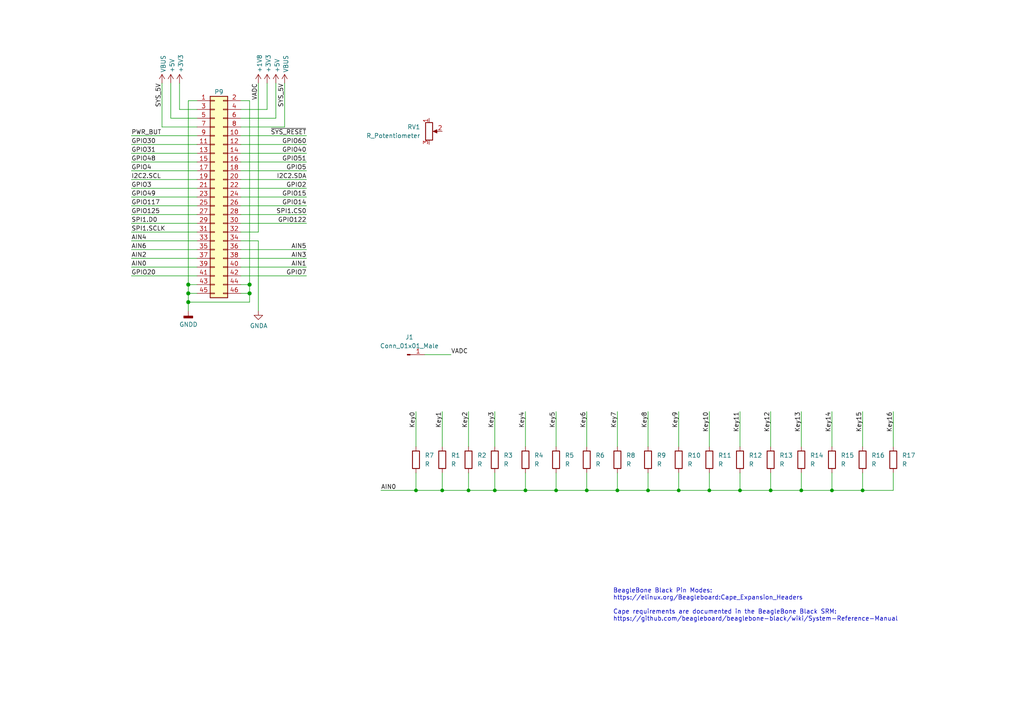
<source format=kicad_sch>
(kicad_sch (version 20230121) (generator eeschema)
  (paper "A4")
  (lib_symbols
    (symbol "Connector:Conn_01x01_Male" (pin_names (offset 1.016) hide)
      (property "Reference" "J" (at 0 2.54 0))
      (property "Value" "Conn_01x01_Male" (at 0 -2.54 0))
      (symbol "Conn_01x01_Male_1_1"
        (polyline (pts (xy 1.27 0) (xy 0.8636 0)) (stroke (width 0.1524)))
        (rectangle (start 0.8636 0.127) (end 0 -0.127) (stroke (width 0.1524)) (fill (type outline)))
        (pin passive line (at 5.08 0 180) (length 3.81) (name "Pin_1") (number "1"))
      )
    )
    (symbol "Connector_Generic:Conn_02x23_Odd_Even" (pin_names (offset 1.016) hide)
      (property "Reference" "J" (at 1.27 30.48 0))
      (property "Value" "Conn_02x23_Odd_Even" (at 1.27 -30.48 0))
      (symbol "Conn_02x23_Odd_Even_1_1"
        (rectangle (start -1.27 -27.813) (end 0 -28.067) (stroke (width 0.1524)))
        (rectangle (start -1.27 -25.273) (end 0 -25.527) (stroke (width 0.1524)))
        (rectangle (start -1.27 -22.733) (end 0 -22.987) (stroke (width 0.1524)))
        (rectangle (start -1.27 -20.193) (end 0 -20.447) (stroke (width 0.1524)))
        (rectangle (start -1.27 -17.653) (end 0 -17.907) (stroke (width 0.1524)))
        (rectangle (start -1.27 -15.113) (end 0 -15.367) (stroke (width 0.1524)))
        (rectangle (start -1.27 -12.573) (end 0 -12.827) (stroke (width 0.1524)))
        (rectangle (start -1.27 -10.033) (end 0 -10.287) (stroke (width 0.1524)))
        (rectangle (start -1.27 -7.493) (end 0 -7.747) (stroke (width 0.1524)))
        (rectangle (start -1.27 -4.953) (end 0 -5.207) (stroke (width 0.1524)))
        (rectangle (start -1.27 -2.413) (end 0 -2.667) (stroke (width 0.1524)))
        (rectangle (start -1.27 0.127) (end 0 -0.127) (stroke (width 0.1524)))
        (rectangle (start -1.27 2.667) (end 0 2.413) (stroke (width 0.1524)))
        (rectangle (start -1.27 5.207) (end 0 4.953) (stroke (width 0.1524)))
        (rectangle (start -1.27 7.747) (end 0 7.493) (stroke (width 0.1524)))
        (rectangle (start -1.27 10.287) (end 0 10.033) (stroke (width 0.1524)))
        (rectangle (start -1.27 12.827) (end 0 12.573) (stroke (width 0.1524)))
        (rectangle (start -1.27 15.367) (end 0 15.113) (stroke (width 0.1524)))
        (rectangle (start -1.27 17.907) (end 0 17.653) (stroke (width 0.1524)))
        (rectangle (start -1.27 20.447) (end 0 20.193) (stroke (width 0.1524)))
        (rectangle (start -1.27 22.987) (end 0 22.733) (stroke (width 0.1524)))
        (rectangle (start -1.27 25.527) (end 0 25.273) (stroke (width 0.1524)))
        (rectangle (start -1.27 28.067) (end 0 27.813) (stroke (width 0.1524)))
        (rectangle (start -1.27 29.21) (end 3.81 -29.21) (stroke (width 0.254)) (fill (type background)))
        (rectangle (start 3.81 -27.813) (end 2.54 -28.067) (stroke (width 0.1524)))
        (rectangle (start 3.81 -25.273) (end 2.54 -25.527) (stroke (width 0.1524)))
        (rectangle (start 3.81 -22.733) (end 2.54 -22.987) (stroke (width 0.1524)))
        (rectangle (start 3.81 -20.193) (end 2.54 -20.447) (stroke (width 0.1524)))
        (rectangle (start 3.81 -17.653) (end 2.54 -17.907) (stroke (width 0.1524)))
        (rectangle (start 3.81 -15.113) (end 2.54 -15.367) (stroke (width 0.1524)))
        (rectangle (start 3.81 -12.573) (end 2.54 -12.827) (stroke (width 0.1524)))
        (rectangle (start 3.81 -10.033) (end 2.54 -10.287) (stroke (width 0.1524)))
        (rectangle (start 3.81 -7.493) (end 2.54 -7.747) (stroke (width 0.1524)))
        (rectangle (start 3.81 -4.953) (end 2.54 -5.207) (stroke (width 0.1524)))
        (rectangle (start 3.81 -2.413) (end 2.54 -2.667) (stroke (width 0.1524)))
        (rectangle (start 3.81 0.127) (end 2.54 -0.127) (stroke (width 0.1524)))
        (rectangle (start 3.81 2.667) (end 2.54 2.413) (stroke (width 0.1524)))
        (rectangle (start 3.81 5.207) (end 2.54 4.953) (stroke (width 0.1524)))
        (rectangle (start 3.81 7.747) (end 2.54 7.493) (stroke (width 0.1524)))
        (rectangle (start 3.81 10.287) (end 2.54 10.033) (stroke (width 0.1524)))
        (rectangle (start 3.81 12.827) (end 2.54 12.573) (stroke (width 0.1524)))
        (rectangle (start 3.81 15.367) (end 2.54 15.113) (stroke (width 0.1524)))
        (rectangle (start 3.81 17.907) (end 2.54 17.653) (stroke (width 0.1524)))
        (rectangle (start 3.81 20.447) (end 2.54 20.193) (stroke (width 0.1524)))
        (rectangle (start 3.81 22.987) (end 2.54 22.733) (stroke (width 0.1524)))
        (rectangle (start 3.81 25.527) (end 2.54 25.273) (stroke (width 0.1524)))
        (rectangle (start 3.81 28.067) (end 2.54 27.813) (stroke (width 0.1524)))
        (pin passive line (at -5.08 27.94 0) (length 3.81) (name "Pin_1") (number "1"))
        (pin passive line (at 7.62 17.78 180) (length 3.81) (name "Pin_10") (number "10"))
        (pin passive line (at -5.08 15.24 0) (length 3.81) (name "Pin_11") (number "11"))
        (pin passive line (at 7.62 15.24 180) (length 3.81) (name "Pin_12") (number "12"))
        (pin passive line (at -5.08 12.7 0) (length 3.81) (name "Pin_13") (number "13"))
        (pin passive line (at 7.62 12.7 180) (length 3.81) (name "Pin_14") (number "14"))
        (pin passive line (at -5.08 10.16 0) (length 3.81) (name "Pin_15") (number "15"))
        (pin passive line (at 7.62 10.16 180) (length 3.81) (name "Pin_16") (number "16"))
        (pin passive line (at -5.08 7.62 0) (length 3.81) (name "Pin_17") (number "17"))
        (pin passive line (at 7.62 7.62 180) (length 3.81) (name "Pin_18") (number "18"))
        (pin passive line (at -5.08 5.08 0) (length 3.81) (name "Pin_19") (number "19"))
        (pin passive line (at 7.62 27.94 180) (length 3.81) (name "Pin_2") (number "2"))
        (pin passive line (at 7.62 5.08 180) (length 3.81) (name "Pin_20") (number "20"))
        (pin passive line (at -5.08 2.54 0) (length 3.81) (name "Pin_21") (number "21"))
        (pin passive line (at 7.62 2.54 180) (length 3.81) (name "Pin_22") (number "22"))
        (pin passive line (at -5.08 0 0) (length 3.81) (name "Pin_23") (number "23"))
        (pin passive line (at 7.62 0 180) (length 3.81) (name "Pin_24") (number "24"))
        (pin passive line (at -5.08 -2.54 0) (length 3.81) (name "Pin_25") (number "25"))
        (pin passive line (at 7.62 -2.54 180) (length 3.81) (name "Pin_26") (number "26"))
        (pin passive line (at -5.08 -5.08 0) (length 3.81) (name "Pin_27") (number "27"))
        (pin passive line (at 7.62 -5.08 180) (length 3.81) (name "Pin_28") (number "28"))
        (pin passive line (at -5.08 -7.62 0) (length 3.81) (name "Pin_29") (number "29"))
        (pin passive line (at -5.08 25.4 0) (length 3.81) (name "Pin_3") (number "3"))
        (pin passive line (at 7.62 -7.62 180) (length 3.81) (name "Pin_30") (number "30"))
        (pin passive line (at -5.08 -10.16 0) (length 3.81) (name "Pin_31") (number "31"))
        (pin passive line (at 7.62 -10.16 180) (length 3.81) (name "Pin_32") (number "32"))
        (pin passive line (at -5.08 -12.7 0) (length 3.81) (name "Pin_33") (number "33"))
        (pin passive line (at 7.62 -12.7 180) (length 3.81) (name "Pin_34") (number "34"))
        (pin passive line (at -5.08 -15.24 0) (length 3.81) (name "Pin_35") (number "35"))
        (pin passive line (at 7.62 -15.24 180) (length 3.81) (name "Pin_36") (number "36"))
        (pin passive line (at -5.08 -17.78 0) (length 3.81) (name "Pin_37") (number "37"))
        (pin passive line (at 7.62 -17.78 180) (length 3.81) (name "Pin_38") (number "38"))
        (pin passive line (at -5.08 -20.32 0) (length 3.81) (name "Pin_39") (number "39"))
        (pin passive line (at 7.62 25.4 180) (length 3.81) (name "Pin_4") (number "4"))
        (pin passive line (at 7.62 -20.32 180) (length 3.81) (name "Pin_40") (number "40"))
        (pin passive line (at -5.08 -22.86 0) (length 3.81) (name "Pin_41") (number "41"))
        (pin passive line (at 7.62 -22.86 180) (length 3.81) (name "Pin_42") (number "42"))
        (pin passive line (at -5.08 -25.4 0) (length 3.81) (name "Pin_43") (number "43"))
        (pin passive line (at 7.62 -25.4 180) (length 3.81) (name "Pin_44") (number "44"))
        (pin passive line (at -5.08 -27.94 0) (length 3.81) (name "Pin_45") (number "45"))
        (pin passive line (at 7.62 -27.94 180) (length 3.81) (name "Pin_46") (number "46"))
        (pin passive line (at -5.08 22.86 0) (length 3.81) (name "Pin_5") (number "5"))
        (pin passive line (at 7.62 22.86 180) (length 3.81) (name "Pin_6") (number "6"))
        (pin passive line (at -5.08 20.32 0) (length 3.81) (name "Pin_7") (number "7"))
        (pin passive line (at 7.62 20.32 180) (length 3.81) (name "Pin_8") (number "8"))
        (pin passive line (at -5.08 17.78 0) (length 3.81) (name "Pin_9") (number "9"))
      )
    )
    (symbol "Device:R_Potentiometer" (pin_names (offset 1.016) hide)
      (property "Reference" "RV" (at -4.445 0 90))
      (property "Value" "R_Potentiometer" (at -2.54 0 90))
      (symbol "R_Potentiometer_0_1"
        (polyline (pts (xy 2.54 0) (xy 1.524 0)))
        (polyline (pts (xy 1.143 0) (xy 2.286 0.508) (xy 2.286 -0.508) (xy 1.143 0)) (fill (type outline)))
        (rectangle (start 1.016 2.54) (end -1.016 -2.54) (stroke (width 0.254)))
      )
      (symbol "R_Potentiometer_1_1"
        (pin passive line (at 0 3.81 270) (length 1.27) (name "1") (number "1"))
        (pin passive line (at 3.81 0 180) (length 1.27) (name "2") (number "2"))
        (pin passive line (at 0 -3.81 90) (length 1.27) (name "3") (number "3"))
      )
    )
    (symbol "Resistors:R" (pin_numbers hide)
      (property "Reference" "R" (at 2.54 0 90))
      (property "Value" "R" (at 0 0 90))
      (symbol "R_0_1"
        (rectangle (start -1.016 2.54) (end 1.016 -2.54) (stroke (width 0.254)))
      )
      (symbol "R_1_1"
        (pin passive line (at 0 3.81 270) (length 1.27) (name "~") (number "1"))
        (pin passive line (at 0 -3.81 90) (length 1.27) (name "~") (number "2"))
      )
    )
    (symbol "power:+1V8" (power) (pin_names (offset 0))
      (property "Value" "+1V8" (at 0 3.556 0))
      (symbol "+1V8_0_1"
        (polyline (pts (xy -0.762 1.27) (xy 0 2.54)))
        (polyline (pts (xy 0 0) (xy 0 2.54)))
        (polyline (pts (xy 0 2.54) (xy 0.762 1.27)))
      )
      (symbol "+1V8_1_1"
        (pin power_in line (at 0 0 90) (length 0) hide (name "+1V8") (number "1"))
      )
    )
    (symbol "power:+3.3V" (power) (pin_names (offset 0))
      (property "Value" "+3.3V" (at 0 3.556 0))
      (symbol "+3.3V_0_1"
        (polyline (pts (xy -0.762 1.27) (xy 0 2.54)))
        (polyline (pts (xy 0 0) (xy 0 2.54)))
        (polyline (pts (xy 0 2.54) (xy 0.762 1.27)))
      )
      (symbol "+3.3V_1_1"
        (pin power_in line (at 0 0 90) (length 0) hide (name "+3V3") (number "1"))
      )
    )
    (symbol "power:+5V" (power) (pin_names (offset 0))
      (property "Value" "+5V" (at 0 3.556 0))
      (symbol "+5V_0_1"
        (polyline (pts (xy -0.762 1.27) (xy 0 2.54)))
        (polyline (pts (xy 0 0) (xy 0 2.54)))
        (polyline (pts (xy 0 2.54) (xy 0.762 1.27)))
      )
      (symbol "+5V_1_1"
        (pin power_in line (at 0 0 90) (length 0) hide (name "+5V") (number "1"))
      )
    )
    (symbol "power:GNDA" (power) (pin_names (offset 0))
      (property "Value" "GNDA" (at 0 -3.81 0))
      (symbol "GNDA_0_1"
        (polyline (pts (xy 0 0) (xy 0 -1.27) (xy 1.27 -1.27) (xy 0 -2.54) (xy -1.27 -1.27) (xy 0 -1.27)))
      )
      (symbol "GNDA_1_1"
        (pin power_in line (at 0 0 270) (length 0) hide (name "GNDA") (number "1"))
      )
    )
    (symbol "power:GNDD" (power) (pin_names (offset 0))
      (property "Value" "GNDD" (at 0 -3.175 0))
      (symbol "GNDD_0_1"
        (rectangle (start -1.27 -1.524) (end 1.27 -2.032) (stroke (width 0.254)) (fill (type outline)))
        (polyline (pts (xy 0 0) (xy 0 -1.524)))
      )
      (symbol "GNDD_1_1"
        (pin power_in line (at 0 0 270) (length 0) hide (name "GNDD") (number "1"))
      )
    )
    (symbol "power:VBUS" (power) (pin_names (offset 0))
      (property "Value" "VBUS" (at 0 3.81 0))
      (symbol "VBUS_0_1"
        (polyline (pts (xy -0.762 1.27) (xy 0 2.54)))
        (polyline (pts (xy 0 0) (xy 0 2.54)))
        (polyline (pts (xy 0 2.54) (xy 0.762 1.27)))
      )
      (symbol "VBUS_1_1"
        (pin power_in line (at 0 0 90) (length 0) hide (name "VBUS") (number "1"))
      )
    )
  )
  (junction (at 143.51 142.24))
  (junction (at 187.96 142.24))
  (junction (at 179.07 142.24))
  (junction (at 128.27 142.24))
  (junction (at 205.74 142.24))
  (junction (at 54.61 85.09) (diameter 1.016))
  (junction (at 214.63 142.24))
  (junction (at 54.61 82.55) (diameter 1.016))
  (junction (at 72.39 85.09) (diameter 1.016))
  (junction (at 241.3 142.24))
  (junction (at 161.29 142.24))
  (junction (at 120.65 142.24))
  (junction (at 135.89 142.24))
  (junction (at 54.61 87.63) (diameter 1.016))
  (junction (at 170.18 142.24))
  (junction (at 250.19 142.24))
  (junction (at 72.39 82.55) (diameter 1.016))
  (junction (at 232.41 142.24))
  (junction (at 196.85 142.24))
  (junction (at 152.4 142.24))
  (junction (at 223.52 142.24))
  (wire (pts (xy 38.1 64.77) (xy 57.15 64.77)))
  (wire (pts (xy 120.65 142.24) (xy 120.65 137.16)))
  (wire (pts (xy 69.85 64.77) (xy 88.9 64.77)))
  (wire (pts (xy 57.15 34.29) (xy 49.53 34.29)))
  (wire (pts (xy 74.93 69.85) (xy 74.93 90.17)))
  (wire (pts (xy 57.15 36.83) (xy 46.99 36.83)))
  (wire (pts (xy 120.65 142.24) (xy 128.27 142.24)))
  (wire (pts (xy 54.61 82.55) (xy 57.15 82.55)))
  (wire (pts (xy 54.61 85.09) (xy 54.61 82.55)))
  (wire (pts (xy 69.85 80.01) (xy 88.9 80.01)))
  (wire (pts (xy 143.51 119.38) (xy 143.51 129.54)))
  (wire (pts (xy 196.85 142.24) (xy 196.85 137.16)))
  (wire (pts (xy 69.85 74.93) (xy 88.9 74.93)))
  (wire (pts (xy 69.85 59.69) (xy 88.9 59.69)))
  (wire (pts (xy 38.1 67.31) (xy 57.15 67.31)))
  (wire (pts (xy 135.89 142.24) (xy 143.51 142.24)))
  (wire (pts (xy 214.63 142.24) (xy 214.63 137.16)))
  (wire (pts (xy 259.08 142.24) (xy 259.08 137.16)))
  (wire (pts (xy 152.4 142.24) (xy 152.4 137.16)))
  (wire (pts (xy 69.85 77.47) (xy 88.9 77.47)))
  (wire (pts (xy 232.41 142.24) (xy 241.3 142.24)))
  (wire (pts (xy 69.85 69.85) (xy 74.93 69.85)))
  (wire (pts (xy 54.61 87.63) (xy 72.39 87.63)))
  (wire (pts (xy 161.29 119.38) (xy 161.29 129.54)))
  (wire (pts (xy 38.1 46.99) (xy 57.15 46.99)))
  (wire (pts (xy 187.96 142.24) (xy 196.85 142.24)))
  (wire (pts (xy 161.29 142.24) (xy 170.18 142.24)))
  (wire (pts (xy 179.07 142.24) (xy 179.07 137.16)))
  (wire (pts (xy 57.15 31.75) (xy 52.07 31.75)))
  (wire (pts (xy 110.49 142.24) (xy 120.65 142.24)))
  (wire (pts (xy 38.1 44.45) (xy 57.15 44.45)))
  (wire (pts (xy 38.1 57.15) (xy 57.15 57.15)))
  (wire (pts (xy 135.89 142.24) (xy 135.89 137.16)))
  (wire (pts (xy 223.52 142.24) (xy 223.52 137.16)))
  (wire (pts (xy 69.85 36.83) (xy 82.55 36.83)))
  (wire (pts (xy 128.27 142.24) (xy 135.89 142.24)))
  (wire (pts (xy 152.4 119.38) (xy 152.4 129.54)))
  (wire (pts (xy 179.07 142.24) (xy 187.96 142.24)))
  (wire (pts (xy 128.27 119.38) (xy 128.27 129.54)))
  (wire (pts (xy 38.1 77.47) (xy 57.15 77.47)))
  (wire (pts (xy 49.53 34.29) (xy 49.53 24.13)))
  (wire (pts (xy 250.19 119.38) (xy 250.19 129.54)))
  (wire (pts (xy 250.19 142.24) (xy 250.19 137.16)))
  (wire (pts (xy 69.85 31.75) (xy 77.47 31.75)))
  (wire (pts (xy 80.01 34.29) (xy 80.01 24.13)))
  (wire (pts (xy 187.96 142.24) (xy 187.96 137.16)))
  (wire (pts (xy 77.47 31.75) (xy 77.47 24.13)))
  (wire (pts (xy 241.3 119.38) (xy 241.3 129.54)))
  (wire (pts (xy 52.07 31.75) (xy 52.07 24.13)))
  (wire (pts (xy 179.07 119.38) (xy 179.07 129.54)))
  (wire (pts (xy 232.41 142.24) (xy 232.41 137.16)))
  (wire (pts (xy 69.85 52.07) (xy 88.9 52.07)))
  (wire (pts (xy 232.41 119.38) (xy 232.41 129.54)))
  (wire (pts (xy 38.1 72.39) (xy 57.15 72.39)))
  (wire (pts (xy 241.3 142.24) (xy 241.3 137.16)))
  (wire (pts (xy 223.52 119.38) (xy 223.52 129.54)))
  (wire (pts (xy 241.3 142.24) (xy 250.19 142.24)))
  (wire (pts (xy 46.99 36.83) (xy 46.99 24.13)))
  (wire (pts (xy 38.1 62.23) (xy 57.15 62.23)))
  (wire (pts (xy 69.85 82.55) (xy 72.39 82.55)))
  (wire (pts (xy 72.39 82.55) (xy 72.39 85.09)))
  (wire (pts (xy 72.39 85.09) (xy 72.39 87.63)))
  (wire (pts (xy 69.85 62.23) (xy 88.9 62.23)))
  (wire (pts (xy 69.85 44.45) (xy 88.9 44.45)))
  (wire (pts (xy 69.85 29.21) (xy 72.39 29.21)))
  (wire (pts (xy 250.19 142.24) (xy 259.08 142.24)))
  (wire (pts (xy 38.1 54.61) (xy 57.15 54.61)))
  (wire (pts (xy 170.18 142.24) (xy 179.07 142.24)))
  (wire (pts (xy 259.08 119.38) (xy 259.08 129.54)))
  (wire (pts (xy 69.85 49.53) (xy 88.9 49.53)))
  (wire (pts (xy 74.93 24.13) (xy 74.93 67.31)))
  (wire (pts (xy 72.39 29.21) (xy 72.39 82.55)))
  (wire (pts (xy 69.85 57.15) (xy 88.9 57.15)))
  (wire (pts (xy 38.1 80.01) (xy 57.15 80.01)))
  (wire (pts (xy 69.85 54.61) (xy 88.9 54.61)))
  (wire (pts (xy 38.1 49.53) (xy 57.15 49.53)))
  (wire (pts (xy 170.18 142.24) (xy 170.18 137.16)))
  (wire (pts (xy 170.18 119.38) (xy 170.18 129.54)))
  (wire (pts (xy 120.65 119.38) (xy 120.65 129.54)))
  (wire (pts (xy 214.63 119.38) (xy 214.63 129.54)))
  (wire (pts (xy 196.85 119.38) (xy 196.85 129.54)))
  (wire (pts (xy 123.19 102.87) (xy 130.81 102.87)))
  (wire (pts (xy 214.63 142.24) (xy 223.52 142.24)))
  (wire (pts (xy 82.55 24.13) (xy 82.55 36.83)))
  (wire (pts (xy 205.74 119.38) (xy 205.74 129.54)))
  (wire (pts (xy 54.61 29.21) (xy 54.61 82.55)))
  (wire (pts (xy 57.15 29.21) (xy 54.61 29.21)))
  (wire (pts (xy 38.1 41.91) (xy 57.15 41.91)))
  (wire (pts (xy 128.27 142.24) (xy 128.27 137.16)))
  (wire (pts (xy 196.85 142.24) (xy 205.74 142.24)))
  (wire (pts (xy 38.1 59.69) (xy 57.15 59.69)))
  (wire (pts (xy 54.61 85.09) (xy 57.15 85.09)))
  (wire (pts (xy 54.61 87.63) (xy 54.61 85.09)))
  (wire (pts (xy 54.61 90.17) (xy 54.61 87.63)))
  (wire (pts (xy 38.1 69.85) (xy 57.15 69.85)))
  (wire (pts (xy 161.29 142.24) (xy 161.29 137.16)))
  (wire (pts (xy 69.85 41.91) (xy 88.9 41.91)))
  (wire (pts (xy 143.51 142.24) (xy 143.51 137.16)))
  (wire (pts (xy 223.52 142.24) (xy 232.41 142.24)))
  (wire (pts (xy 187.96 119.38) (xy 187.96 129.54)))
  (wire (pts (xy 152.4 142.24) (xy 161.29 142.24)))
  (wire (pts (xy 69.85 34.29) (xy 80.01 34.29)))
  (wire (pts (xy 38.1 39.37) (xy 57.15 39.37)))
  (wire (pts (xy 69.85 72.39) (xy 88.9 72.39)))
  (wire (pts (xy 143.51 142.24) (xy 152.4 142.24)))
  (wire (pts (xy 69.85 46.99) (xy 88.9 46.99)))
  (wire (pts (xy 135.89 119.38) (xy 135.89 129.54)))
  (wire (pts (xy 69.85 39.37) (xy 88.9 39.37)))
  (wire (pts (xy 205.74 142.24) (xy 214.63 142.24)))
  (wire (pts (xy 38.1 52.07) (xy 57.15 52.07)))
  (wire (pts (xy 69.85 67.31) (xy 74.93 67.31)))
  (wire (pts (xy 38.1 74.93) (xy 57.15 74.93)))
  (wire (pts (xy 69.85 85.09) (xy 72.39 85.09)))
  (wire (pts (xy 205.74 142.24) (xy 205.74 137.16)))
  (text "BeagleBone Black Pin Modes:\nhttps://elinux.org/Beagleboard:Cape_Expansion_Headers\n\nCape requirements are documented in the BeagleBone Black SRM:\nhttps://github.com/beagleboard/beaglebone-black/wiki/System-Reference-Manual" (at 177.8 180.34 0) (effects (font (size 1.27 1.27)) (justify left bottom)))
  (label "AIN4" (at 38.1 69.85 0))
  (label "GPIO125" (at 38.1 62.23 0))
  (label "GPIO5" (at 88.9 49.53 180))
  (label "VADC" (at 74.93 24.13 270))
  (label "SPI1.CS0" (at 88.9 62.23 180))
  (label "Key16" (at 259.08 119.38 270))
  (label "Key4" (at 152.4 119.38 270))
  (label "Key5" (at 161.29 119.38 270))
  (label "Key10" (at 205.74 119.38 270))
  (label "I2C2.SDA" (at 88.9 52.07 180))
  (label "Key11" (at 214.63 119.38 270))
  (label "Key9" (at 196.85 119.38 270))
  (label "SPI1.SCLK" (at 38.1 67.31 0))
  (label "GPIO117" (at 38.1 59.69 0))
  (label "VADC" (at 130.81 102.87 0))
  (label "PWR_BUT" (at 38.1 39.37 0))
  (label "Key2" (at 135.89 119.38 270))
  (label "~{SYS_RESET}" (at 88.9 39.37 180))
  (label "GPIO30" (at 38.1 41.91 0))
  (label "GPIO4" (at 38.1 49.53 0))
  (label "Key3" (at 143.51 119.38 270))
  (label "GPIO7" (at 88.9 80.01 180))
  (label "Key14" (at 241.3 119.38 270))
  (label "AIN6" (at 38.1 72.39 0))
  (label "GPIO15" (at 88.9 57.15 180))
  (label "SPI1.D0" (at 38.1 64.77 0))
  (label "SYS_5V" (at 82.55 24.13 270))
  (label "AIN5" (at 88.9 72.39 180))
  (label "GPIO51" (at 88.9 46.99 180))
  (label "Key8" (at 187.96 119.38 270))
  (label "Key0" (at 120.65 119.38 270))
  (label "GPIO2" (at 88.9 54.61 180))
  (label "GPIO31" (at 38.1 44.45 0))
  (label "GPIO20" (at 38.1 80.01 0))
  (label "Key13" (at 232.41 119.38 270))
  (label "Key7" (at 179.07 119.38 270))
  (label "GPIO40" (at 88.9 44.45 180))
  (label "AIN0" (at 110.49 142.24 0))
  (label "I2C2.SCL" (at 38.1 52.07 0))
  (label "GPIO49" (at 38.1 57.15 0))
  (label "AIN2" (at 38.1 74.93 0))
  (label "GPIO122" (at 88.9 64.77 180))
  (label "AIN0" (at 38.1 77.47 0))
  (label "Key1" (at 128.27 119.38 270))
  (label "GPIO14" (at 88.9 59.69 180))
  (label "GPIO3" (at 38.1 54.61 0))
  (label "GPIO60" (at 88.9 41.91 180))
  (label "Key6" (at 170.18 119.38 270))
  (label "AIN3" (at 88.9 74.93 180))
  (label "Key12" (at 223.52 119.38 270))
  (label "GPIO48" (at 38.1 46.99 0))
  (label "AIN1" (at 88.9 77.47 180))
  (label "SYS_5V" (at 46.99 24.13 270))
  (label "Key15" (at 250.19 119.38 270))
  (symbol (lib_id "power:+3.3V") (at 77.47 24.13 0) (unit 1)
    (property "Reference" "#PWR06" (effects hide))
    (property "Value" "+3V3" (at 77.8256 21.082 90) (effects (justify left)))
  )
  (symbol (lib_id "power:+5V") (at 80.01 24.13 0) (unit 1)
    (property "Reference" "#PWR07" (effects hide))
    (property "Value" "+5V" (at 80.391 21.082 90) (effects (justify left)))
  )
  (symbol (lib_id "power:+3.3V") (at 52.07 24.13 0) (unit 1)
    (property "Reference" "#PWR08" (effects hide))
    (property "Value" "+3V3" (at 52.4256 21.082 90) (effects (justify left)))
  )
  (symbol (lib_id "power:+5V") (at 49.53 24.13 0) (unit 1)
    (property "Reference" "#PWR09" (effects hide))
    (property "Value" "+5V" (at 49.911 21.082 90) (effects (justify left)))
  )
  (symbol (lib_id "Connector_Generic:Conn_02x23_Odd_Even") (at 62.23 57.15 0) (unit 1)
    (property "Reference" "P9" (at 63.5 26.67 0))
    (property "Value" "BeagleBone_Black_Header" (effects hide))
    (property "Footprint" "Connector_PinHeader_2.54mm:PinHeader_2x23_P2.54mm_Vertical" (effects hide))
  )
  (symbol (lib_id "power:GNDA") (at 74.93 90.17 0) (unit 1)
    (property "Reference" "#PWR0107" (effects hide))
    (property "Value" "GNDA" (at 75.0443 94.4944 0))
  )
  (symbol (lib_id "Resistors:R") (at 232.41 133.35 0) (unit 1)
    (property "Reference" "R14" (at 234.95 132.08 0) (effects (justify left)))
    (property "Value" "R" (at 234.95 134.62 0) (effects (justify left)))
    (property "Footprint" "Resistor_SMD:R_1206_3216Metric" (effects hide))
  )
  (symbol (lib_id "Resistors:R") (at 161.29 133.35 0) (unit 1)
    (property "Reference" "R5" (at 163.83 132.08 0) (effects (justify left)))
    (property "Value" "R" (at 163.83 134.62 0) (effects (justify left)))
    (property "Footprint" "Resistor_SMD:R_1206_3216Metric" (effects hide))
  )
  (symbol (lib_id "Resistors:R") (at 135.89 133.35 0) (unit 1)
    (property "Reference" "R2" (at 138.43 132.08 0) (effects (justify left)))
    (property "Value" "R" (at 138.43 134.62 0) (effects (justify left)))
    (property "Footprint" "Resistor_SMD:R_1206_3216Metric" (effects hide))
  )
  (symbol (lib_id "Resistors:R") (at 187.96 133.35 0) (unit 1)
    (property "Reference" "R9" (at 190.5 132.08 0) (effects (justify left)))
    (property "Value" "R" (at 190.5 134.62 0) (effects (justify left)))
    (property "Footprint" "Resistor_SMD:R_1206_3216Metric" (effects hide))
  )
  (symbol (lib_id "Resistors:R") (at 259.08 133.35 0) (unit 1)
    (property "Reference" "R17" (at 261.62 132.08 0) (effects (justify left)))
    (property "Value" "R" (at 261.62 134.62 0) (effects (justify left)))
    (property "Footprint" "Resistor_SMD:R_1206_3216Metric" (effects hide))
  )
  (symbol (lib_id "Connector:Conn_01x01_Male") (at 118.11 102.87 0) (unit 1)
    (property "Reference" "J1" (at 118.745 97.79 0))
    (property "Value" "Conn_01x01_Male" (at 118.745 100.33 0))
    (property "Footprint" "Connector_Samtec_HPM_THT:Samtec_HPM-01-01-x-S_Straight_1x01_Pitch5.08mm" (effects hide))
  )
  (symbol (lib_id "Resistors:R") (at 196.85 133.35 0) (unit 1)
    (property "Reference" "R10" (at 199.39 132.08 0) (effects (justify left)))
    (property "Value" "R" (at 199.39 134.62 0) (effects (justify left)))
    (property "Footprint" "Resistor_SMD:R_1206_3216Metric" (effects hide))
  )
  (symbol (lib_id "Resistors:R") (at 143.51 133.35 0) (unit 1)
    (property "Reference" "R3" (at 146.05 132.08 0) (effects (justify left)))
    (property "Value" "R" (at 146.05 134.62 0) (effects (justify left)))
    (property "Footprint" "Resistor_SMD:R_1206_3216Metric" (effects hide))
  )
  (symbol (lib_id "power:+1V8") (at 74.93 24.13 0) (unit 1)
    (property "Reference" "#PWR0104" (effects hide))
    (property "Value" "+1V8" (at 75.2856 21.082 90) (effects (justify left)))
  )
  (symbol (lib_id "Resistors:R") (at 214.63 133.35 0) (unit 1)
    (property "Reference" "R12" (at 217.17 132.08 0) (effects (justify left)))
    (property "Value" "R" (at 217.17 134.62 0) (effects (justify left)))
    (property "Footprint" "Resistor_SMD:R_1206_3216Metric" (effects hide))
  )
  (symbol (lib_id "Resistors:R") (at 128.27 133.35 0) (unit 1)
    (property "Reference" "R1" (at 130.81 132.08 0) (effects (justify left)))
    (property "Value" "R" (at 130.81 134.62 0) (effects (justify left)))
    (property "Footprint" "Resistor_SMD:R_1206_3216Metric" (effects hide))
  )
  (symbol (lib_id "Resistors:R") (at 205.74 133.35 0) (unit 1)
    (property "Reference" "R11" (at 208.28 132.08 0) (effects (justify left)))
    (property "Value" "R" (at 208.28 134.62 0) (effects (justify left)))
    (property "Footprint" "Resistor_SMD:R_1206_3216Metric" (effects hide))
  )
  (symbol (lib_id "Resistors:R") (at 170.18 133.35 0) (unit 1)
    (property "Reference" "R6" (at 172.72 132.08 0) (effects (justify left)))
    (property "Value" "R" (at 172.72 134.62 0) (effects (justify left)))
    (property "Footprint" "Resistor_SMD:R_1206_3216Metric" (effects hide))
  )
  (symbol (lib_id "Resistors:R") (at 152.4 133.35 0) (unit 1)
    (property "Reference" "R4" (at 154.94 132.08 0) (effects (justify left)))
    (property "Value" "R" (at 154.94 134.62 0) (effects (justify left)))
    (property "Footprint" "Resistor_SMD:R_1206_3216Metric" (effects hide))
  )
  (symbol (lib_id "Resistors:R") (at 223.52 133.35 0) (unit 1)
    (property "Reference" "R13" (at 226.06 132.08 0) (effects (justify left)))
    (property "Value" "R" (at 226.06 134.62 0) (effects (justify left)))
    (property "Footprint" "Resistor_SMD:R_1206_3216Metric" (effects hide))
  )
  (symbol (lib_id "power:VBUS") (at 82.55 24.13 0) (unit 1)
    (property "Reference" "#PWR0105" (effects hide))
    (property "Value" "VBUS" (at 82.931 21.082 90) (effects (justify left)))
  )
  (symbol (lib_id "Resistors:R") (at 179.07 133.35 0) (unit 1)
    (property "Reference" "R8" (at 181.61 132.08 0) (effects (justify left)))
    (property "Value" "R" (at 181.61 134.62 0) (effects (justify left)))
    (property "Footprint" "Resistor_SMD:R_1206_3216Metric" (effects hide))
  )
  (symbol (lib_id "Device:R_Potentiometer") (at 124.46 38.1 0) (unit 1)
    (property "Reference" "RV1" (at 121.92 36.83 0) (effects (justify right)))
    (property "Value" "R_Potentiometer" (at 121.92 39.37 0) (effects (justify right)))
    (property "Footprint" "Potentiometer_THT:Potentiometer_Bourns_PTA1543_Single_Slide" (effects hide))
  )
  (symbol (lib_id "power:VBUS") (at 46.99 24.13 0) (unit 1)
    (property "Reference" "#PWR0103" (effects hide))
    (property "Value" "VBUS" (at 47.371 21.082 90) (effects (justify left)))
  )
  (symbol (lib_id "power:GNDD") (at 54.61 90.17 0) (unit 1)
    (property "Reference" "#PWR0106" (effects hide))
    (property "Value" "GNDD" (at 54.6608 94.1134 0))
  )
  (symbol (lib_id "Resistors:R") (at 120.65 133.35 0) (unit 1)
    (property "Reference" "R7" (at 123.19 132.08 0) (effects (justify left)))
    (property "Value" "R" (at 123.19 134.62 0) (effects (justify left)))
    (property "Footprint" "Resistor_SMD:R_1206_3216Metric" (effects hide))
  )
  (symbol (lib_id "Resistors:R") (at 241.3 133.35 0) (unit 1)
    (property "Reference" "R15" (at 243.84 132.08 0) (effects (justify left)))
    (property "Value" "R" (at 243.84 134.62 0) (effects (justify left)))
    (property "Footprint" "Resistor_SMD:R_1206_3216Metric" (effects hide))
  )
  (symbol (lib_id "Resistors:R") (at 250.19 133.35 0) (unit 1)
    (property "Reference" "R16" (at 252.73 132.08 0) (effects (justify left)))
    (property "Value" "R" (at 252.73 134.62 0) (effects (justify left)))
    (property "Footprint" "Resistor_SMD:R_1206_3216Metric" (effects hide))
  )
)
</source>
